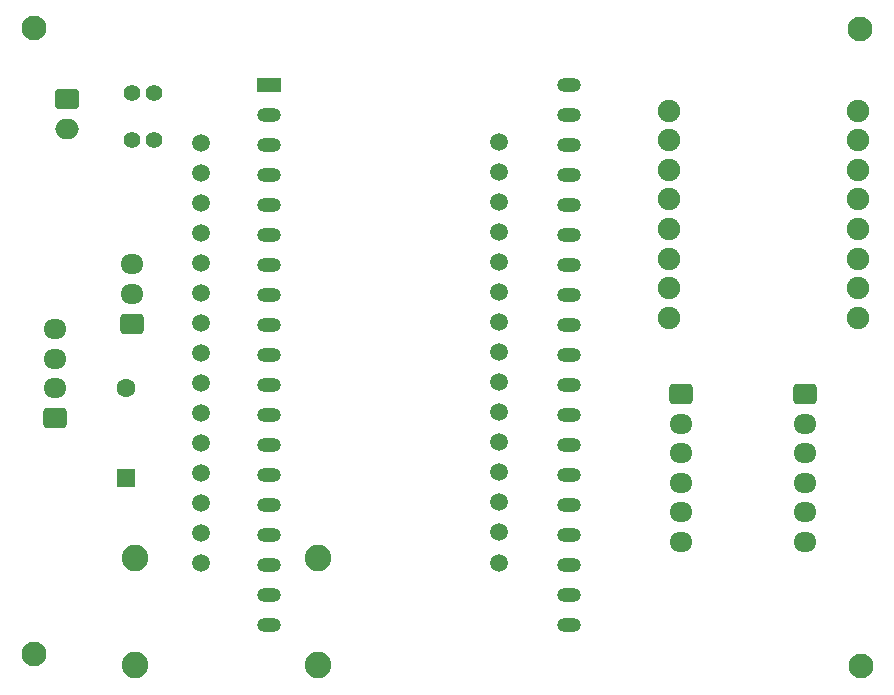
<source format=gbr>
%TF.GenerationSoftware,KiCad,Pcbnew,9.0.6*%
%TF.CreationDate,2026-01-05T22:14:00+01:00*%
%TF.ProjectId,Robofetz Mainboard,526f626f-6665-4747-9a20-4d61696e626f,rev?*%
%TF.SameCoordinates,Original*%
%TF.FileFunction,Soldermask,Top*%
%TF.FilePolarity,Negative*%
%FSLAX46Y46*%
G04 Gerber Fmt 4.6, Leading zero omitted, Abs format (unit mm)*
G04 Created by KiCad (PCBNEW 9.0.6) date 2026-01-05 22:14:00*
%MOMM*%
%LPD*%
G01*
G04 APERTURE LIST*
G04 Aperture macros list*
%AMRoundRect*
0 Rectangle with rounded corners*
0 $1 Rounding radius*
0 $2 $3 $4 $5 $6 $7 $8 $9 X,Y pos of 4 corners*
0 Add a 4 corners polygon primitive as box body*
4,1,4,$2,$3,$4,$5,$6,$7,$8,$9,$2,$3,0*
0 Add four circle primitives for the rounded corners*
1,1,$1+$1,$2,$3*
1,1,$1+$1,$4,$5*
1,1,$1+$1,$6,$7*
1,1,$1+$1,$8,$9*
0 Add four rect primitives between the rounded corners*
20,1,$1+$1,$2,$3,$4,$5,0*
20,1,$1+$1,$4,$5,$6,$7,0*
20,1,$1+$1,$6,$7,$8,$9,0*
20,1,$1+$1,$8,$9,$2,$3,0*%
G04 Aperture macros list end*
%ADD10C,2.100000*%
%ADD11R,2.000000X1.200000*%
%ADD12O,2.000000X1.200000*%
%ADD13RoundRect,0.250000X0.725000X-0.600000X0.725000X0.600000X-0.725000X0.600000X-0.725000X-0.600000X0*%
%ADD14O,1.950000X1.700000*%
%ADD15RoundRect,0.250000X-0.725000X0.600000X-0.725000X-0.600000X0.725000X-0.600000X0.725000X0.600000X0*%
%ADD16C,2.250000*%
%ADD17RoundRect,0.250000X0.550000X-0.550000X0.550000X0.550000X-0.550000X0.550000X-0.550000X-0.550000X0*%
%ADD18C,1.600000*%
%ADD19C,1.400000*%
%ADD20C,1.500000*%
%ADD21RoundRect,0.250000X-0.750000X0.600000X-0.750000X-0.600000X0.750000X-0.600000X0.750000X0.600000X0*%
%ADD22O,2.000000X1.700000*%
%ADD23C,1.905000*%
G04 APERTURE END LIST*
D10*
%TO.C,H1*%
X90216721Y-78518060D03*
%TD*%
%TO.C,H2*%
X90198661Y-131500000D03*
%TD*%
%TO.C,H3*%
X160170481Y-78528257D03*
%TD*%
%TO.C,H4*%
X160207691Y-132499999D03*
%TD*%
D11*
%TO.C,U5*%
X110103680Y-83282720D03*
D12*
X110103680Y-85822720D03*
X110103680Y-88362720D03*
X110103680Y-90902720D03*
X110103680Y-93442720D03*
X110103680Y-95982720D03*
X110103680Y-98522720D03*
X110103680Y-101062720D03*
X110103680Y-103602720D03*
X110103680Y-106142720D03*
X110103680Y-108682720D03*
X110103680Y-111222720D03*
X110103680Y-113762720D03*
X110103680Y-116302720D03*
X110103680Y-118842720D03*
X110103680Y-121382720D03*
X110103680Y-123922720D03*
X110103680Y-126462720D03*
X110103680Y-129002720D03*
X135500000Y-129000000D03*
X135500000Y-126460000D03*
X135503680Y-123922720D03*
X135503680Y-121382720D03*
X135503680Y-118842720D03*
X135503680Y-116302720D03*
X135503680Y-113762720D03*
X135503680Y-111222720D03*
X135503680Y-108682720D03*
X135503680Y-106142720D03*
X135503680Y-103602720D03*
X135503680Y-101062720D03*
X135503680Y-98522720D03*
X135503680Y-95982720D03*
X135503680Y-93442720D03*
X135503680Y-90902720D03*
X135503680Y-88362720D03*
X135503680Y-85822720D03*
X135503680Y-83282720D03*
%TD*%
D13*
%TO.C,J7*%
X92000000Y-111500000D03*
D14*
X92000000Y-109000000D03*
X92000000Y-106500000D03*
X92000000Y-104000000D03*
%TD*%
D15*
%TO.C,J5*%
X155500000Y-109500000D03*
D14*
X155500000Y-112000000D03*
X155500000Y-114500000D03*
X155500000Y-117000000D03*
X155500000Y-119500000D03*
X155500000Y-122000000D03*
%TD*%
D16*
%TO.C,U2*%
X98800000Y-123390000D03*
X98800000Y-132390000D03*
X114300000Y-123390000D03*
X114300000Y-132390000D03*
%TD*%
D17*
%TO.C,D1*%
X98000000Y-116620000D03*
D18*
X98000000Y-109000000D03*
%TD*%
D19*
%TO.C,R1*%
X100400000Y-88000000D03*
X98500000Y-88000000D03*
%TD*%
D13*
%TO.C,J6*%
X98500000Y-103500000D03*
D14*
X98500000Y-101000000D03*
X98500000Y-98500000D03*
%TD*%
D20*
%TO.C,U4*%
X104353680Y-123752720D03*
X104353680Y-121212720D03*
X129603680Y-123752720D03*
X129619614Y-121192322D03*
X104353680Y-88192720D03*
X104353680Y-90732720D03*
X104353680Y-93272720D03*
X104353680Y-95812720D03*
X104353680Y-98352720D03*
X104353680Y-100892720D03*
X104353680Y-103432720D03*
X104353680Y-105972720D03*
X104353680Y-108512720D03*
X104353680Y-111052720D03*
X104353680Y-113592720D03*
X104353680Y-116132720D03*
X104353680Y-118672720D03*
X129619614Y-118652322D03*
X129619614Y-116112322D03*
X129619614Y-113572322D03*
X129619614Y-111032322D03*
X129619614Y-108492322D03*
X129619614Y-105952322D03*
X129619614Y-103412322D03*
X129619614Y-88172322D03*
X129619614Y-100872322D03*
X129619614Y-90712322D03*
X129619614Y-95792322D03*
X129619614Y-93252322D03*
X129619614Y-98332322D03*
%TD*%
D19*
%TO.C,R2*%
X100405000Y-84000000D03*
X98505000Y-84000000D03*
%TD*%
D21*
%TO.C,J2*%
X93000000Y-84500000D03*
D22*
X93000000Y-87000000D03*
%TD*%
D15*
%TO.C,J4*%
X145000000Y-109500000D03*
D14*
X145000000Y-112000000D03*
X145000000Y-114500000D03*
X145000000Y-117000000D03*
X145000000Y-119500000D03*
X145000000Y-122000000D03*
%TD*%
D23*
%TO.C,U3*%
X160000000Y-85500000D03*
X160000000Y-88000000D03*
X160000000Y-90500000D03*
X160000000Y-93000000D03*
X160000000Y-95500000D03*
X160000000Y-98000000D03*
X160000000Y-100500000D03*
X160000000Y-103000000D03*
X144000000Y-103000000D03*
X144000000Y-100500000D03*
X144000000Y-98000000D03*
X144000000Y-95500000D03*
X144000000Y-93000000D03*
X144000000Y-90500000D03*
X144000000Y-88000000D03*
X144000000Y-85500000D03*
%TD*%
M02*

</source>
